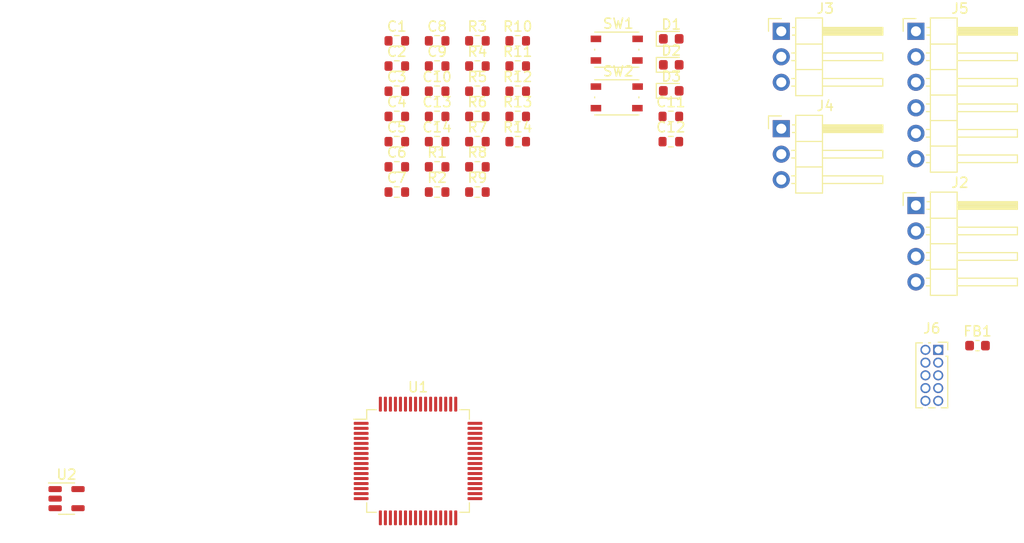
<source format=kicad_pcb>
(kicad_pcb (version 20221018) (generator pcbnew)
  (layers (0 "F.Cu" signal) (31 "B.Cu" signal) (34 "B.Paste" user) (35 "F.Paste" user) (36 "B.SilkS" user "B.Silkscreen") (37 "F.SilkS" user "F.Silkscreen") (38 "B.Mask" user) (39 "F.Mask" user) (44 "Edge.Cuts" user))
  (net 0 "")
  (net 5 "/SW1")
  (net 7 "GND")
  (net 8 "+3.3VA")
  (net 13 "/XM")
  (net 15 "/YP")
  (net 21 "+3.3V")
  (net 24 "/SERVO_A")
  (net 26 "/SERVO_B")
  (net 38 "/XP")
  (net 39 "/YM")
  (net 40 "/MCU_TX")
  (net 41 "/MCU_RX")
  (net 47 "/RESET_N")
  (net 48 "Net-(U1-VDDCORE)")
  (net 50 "/SWCLK")
  (net 51 "/SWDIO")
  (net 52 "/SWO")
  (net 54 "/LED_R")
  (net 55 "/LED_G")
  (net 56 "/LED_B")
  (net 57 "Net-(U2-EN)")
  (net 59 "Net-(J2-Pin_1)")
  (net 60 "Net-(J2-Pin_2)")
  (net 61 "Net-(J2-Pin_3)")
  (net 62 "Net-(J2-Pin_4)")
  (net 63 "Net-(D1-K)")
  (net 64 "Net-(D2-K)")
  (net 65 "Net-(D3-K)")
  (net 66 "/SW2")
  (net 67 "+5V")
  (footprint "Resistor_SMD:R_0603_1608Metric" (layer "F.Cu") (at 131.925 48.29)
    (fp_text reference "C4" (at 0 -1.43) (layer "F.SilkS"))
    (fp_text value "0.1u")
    (fp_line (start -0.237258 -0.5225) (end 0.237258 -0.5225) (stroke (width 0.12)) (layer "F.SilkS"))
    (fp_line (start -0.237258 0.5225) (end 0.237258 0.5225) (stroke (width 0.12)) (layer "F.SilkS"))
    (pad "1" smd roundrect (at -0.825 0) (size 0.8 0.95) (layers "F.Cu" "F.Paste" "F.Mask") (net 21 "+3.3V"))
    (pad "2" smd roundrect (at 0.825 0) (size 0.8 0.95) (layers "F.Cu" "F.Paste" "F.Mask") (net 7 "GND"))
  )
  (footprint "Resistor_SMD:R_0603_1608Metric" (layer "F.Cu") (at 143.955 43.27)
    (fp_text reference "R11" (at 0 -1.43) (layer "F.SilkS"))
    (fp_text value "R")
    (fp_line (start -0.237258 -0.5225) (end 0.237258 -0.5225) (stroke (width 0.12)) (layer "F.SilkS"))
    (fp_line (start -0.237258 0.5225) (end 0.237258 0.5225) (stroke (width 0.12)) (layer "F.SilkS"))
    (pad "1" smd roundrect (at -0.825 0) (size 0.8 0.95) (layers "F.Cu" "F.Paste" "F.Mask") (net 55 "/LED_G"))
    (pad "2" smd roundrect (at 0.825 0) (size 0.8 0.95) (layers "F.Cu" "F.Paste" "F.Mask") (net 64 "Net-(D2-K)"))
  )
  (footprint "Diode_SMD:D_0603_1608Metric" (layer "F.Cu") (at 159.235 40.56)
    (fp_text reference "D1" (at 0 -1.43) (layer "F.SilkS"))
    (fp_text value "LED")
    (fp_line (start -1.485 -0.735) (end -1.485 0.735) (stroke (width 0.12)) (layer "F.SilkS"))
    (fp_line (start -1.485 0.735) (end 0.8 0.735) (stroke (width 0.12)) (layer "F.SilkS"))
    (fp_line (start 0.8 -0.735) (end -1.485 -0.735) (stroke (width 0.12)) (layer "F.SilkS"))
    (pad "1" smd roundrect (at -0.7875 0) (size 0.875 0.95) (layers "F.Cu" "F.Paste" "F.Mask") (net 63 "Net-(D1-K)"))
    (pad "2" smd roundrect (at 0.7875 0) (size 0.875 0.95) (layers "F.Cu" "F.Paste" "F.Mask") (net 21 "+3.3V"))
  )
  (footprint "Resistor_SMD:R_0603_1608Metric" (layer "F.Cu") (at 131.925 53.31)
    (fp_text reference "C6" (at 0 -1.43) (layer "F.SilkS"))
    (fp_text value "0.1u")
    (fp_line (start -0.237258 -0.5225) (end 0.237258 -0.5225) (stroke (width 0.12)) (layer "F.SilkS"))
    (fp_line (start -0.237258 0.5225) (end 0.237258 0.5225) (stroke (width 0.12)) (layer "F.SilkS"))
    (pad "1" smd roundrect (at -0.825 0) (size 0.8 0.95) (layers "F.Cu" "F.Paste" "F.Mask") (net 21 "+3.3V"))
    (pad "2" smd roundrect (at 0.825 0) (size 0.8 0.95) (layers "F.Cu" "F.Paste" "F.Mask") (net 7 "GND"))
  )
  (footprint "Resistor_SMD:R_0603_1608Metric" (layer "F.Cu") (at 143.955 50.8)
    (fp_text reference "R14" (at 0 -1.43) (layer "F.SilkS"))
    (fp_text value "R")
    (fp_line (start -0.237258 -0.5225) (end 0.237258 -0.5225) (stroke (width 0.12)) (layer "F.SilkS"))
    (fp_line (start -0.237258 0.5225) (end 0.237258 0.5225) (stroke (width 0.12)) (layer "F.SilkS"))
    (pad "1" smd roundrect (at -0.825 0) (size 0.8 0.95) (layers "F.Cu" "F.Paste" "F.Mask") (net 66 "/SW2"))
    (pad "2" smd roundrect (at 0.825 0) (size 0.8 0.95) (layers "F.Cu" "F.Paste" "F.Mask") (net 21 "+3.3V"))
  )
  (footprint "Resistor_SMD:R_0603_1608Metric" (layer "F.Cu") (at 139.945 50.8)
    (fp_text reference "R7" (at 0 -1.43) (layer "F.SilkS"))
    (fp_text value "R")
    (fp_line (start -0.237258 -0.5225) (end 0.237258 -0.5225) (stroke (width 0.12)) (layer "F.SilkS"))
    (fp_line (start -0.237258 0.5225) (end 0.237258 0.5225) (stroke (width 0.12)) (layer "F.SilkS"))
    (pad "1" smd roundrect (at -0.825 0) (size 0.8 0.95) (layers "F.Cu" "F.Paste" "F.Mask") (net 7 "GND"))
    (pad "2" smd roundrect (at 0.825 0) (size 0.8 0.95) (layers "F.Cu" "F.Paste" "F.Mask") (net 13 "/XM"))
  )
  (footprint "Resistor_SMD:R_0603_1608Metric" (layer "F.Cu") (at 143.955 48.29)
    (fp_text reference "R13" (at 0 -1.43) (layer "F.SilkS"))
    (fp_text value "R")
    (fp_line (start -0.237258 -0.5225) (end 0.237258 -0.5225) (stroke (width 0.12)) (layer "F.SilkS"))
    (fp_line (start -0.237258 0.5225) (end 0.237258 0.5225) (stroke (width 0.12)) (layer "F.SilkS"))
    (pad "1" smd roundrect (at -0.825 0) (size 0.8 0.95) (layers "F.Cu" "F.Paste" "F.Mask") (net 5 "/SW1"))
    (pad "2" smd roundrect (at 0.825 0) (size 0.8 0.95) (layers "F.Cu" "F.Paste" "F.Mask") (net 21 "+3.3V"))
  )
  (footprint "Resistor_SMD:R_0603_1608Metric" (layer "F.Cu") (at 143.955 40.76)
    (fp_text reference "R10" (at 0 -1.43) (layer "F.SilkS"))
    (fp_text value "R")
    (fp_line (start -0.237258 -0.5225) (end 0.237258 -0.5225) (stroke (width 0.12)) (layer "F.SilkS"))
    (fp_line (start -0.237258 0.5225) (end 0.237258 0.5225) (stroke (width 0.12)) (layer "F.SilkS"))
    (pad "1" smd roundrect (at -0.825 0) (size 0.8 0.95) (layers "F.Cu" "F.Paste" "F.Mask") (net 54 "/LED_R"))
    (pad "2" smd roundrect (at 0.825 0) (size 0.8 0.95) (layers "F.Cu" "F.Paste" "F.Mask") (net 63 "Net-(D1-K)"))
  )
  (footprint "Diode_SMD:D_0603_1608Metric" (layer "F.Cu") (at 159.235 45.74)
    (fp_text reference "D3" (at 0 -1.43) (layer "F.SilkS"))
    (fp_text value "LED")
    (fp_line (start -1.485 -0.735) (end -1.485 0.735) (stroke (width 0.12)) (layer "F.SilkS"))
    (fp_line (start -1.485 0.735) (end 0.8 0.735) (stroke (width 0.12)) (layer "F.SilkS"))
    (fp_line (start 0.8 -0.735) (end -1.485 -0.735) (stroke (width 0.12)) (layer "F.SilkS"))
    (pad "1" smd roundrect (at -0.7875 0) (size 0.875 0.95) (layers "F.Cu" "F.Paste" "F.Mask") (net 65 "Net-(D3-K)"))
    (pad "2" smd roundrect (at 0.7875 0) (size 0.875 0.95) (layers "F.Cu" "F.Paste" "F.Mask") (net 21 "+3.3V"))
  )
  (footprint "Connector_PinHeader_2.54mm:PinHeader_1x04_P2.54mm_Horizontal" (layer "F.Cu") (at 183.585 57.16)
    (fp_text reference "J2" (at 4.385 -2.27) (layer "F.SilkS"))
    (fp_text value "Conn_01x04_Pin")
    (fp_line (start -1.27 -1.27) (end 0 -1.27) (stroke (width 0.12)) (layer "F.SilkS"))
    (fp_line (start -1.27 0) (end -1.27 -1.27) (stroke (width 0.12)) (layer "F.SilkS"))
    (fp_line (start 1.042929 2.16) (end 1.44 2.16) (stroke (width 0.12)) (layer "F.SilkS"))
    (fp_line (start 1.042929 2.92) (end 1.44 2.92) (stroke (width 0.12)) (layer "F.SilkS"))
    (fp_line (start 1.042929 4.7) (end 1.44 4.7) (stroke (width 0.12)) (layer "F.SilkS"))
    (fp_line (start 1.042929 5.46) (end 1.44 5.46) (stroke (width 0.12)) (layer "F.SilkS"))
    (fp_line (start 1.042929 7.24) (end 1.44 7.24) (stroke (width 0.12)) (layer "F.SilkS"))
    (fp_line (start 1.042929 8) (end 1.44 8) (stroke (width 0.12)) (layer "F.SilkS"))
    (fp_line (start 1.11 -0.38) (end 1.44 -0.38) (stroke (width 0.12)) (layer "F.SilkS"))
    (fp_line (start 1.11 0.38) (end 1.44 0.38) (stroke (width 0.12)) (layer "F.SilkS"))
    (fp_line (start 1.44 -1.33) (end 1.44 8.95) (stroke (width 0.12)) (layer "F.SilkS"))
    (fp_line (start 1.44 1.27) (end 4.1 1.27) (stroke (width 0.12)) (layer "F.SilkS"))
    (fp_line (start 1.44 3.81) (end 4.1 3.81) (stroke (width 0.12)) (layer "F.SilkS"))
    (fp_line (start 1.44 6.35) (end 4.1 6.35) (stroke (width 0.12)) (layer "F.SilkS"))
    (fp_line (start 1.44 8.95) (end 4.1 8.95) (stroke (width 0.12)) (layer "F.SilkS"))
    (fp_line (start 4.1 -1.33) (end 1.44 -1.33) (stroke (width 0.12)) (layer "F.SilkS"))
    (fp_line (start 4.1 -0.38) (end 10.1 -0.38) (stroke (width 0.12)) (layer "F.SilkS"))
    (fp_line (start 4.1 -0.32) (end 10.1 -0.32) (stroke (width 0.12)) (layer "F.SilkS"))
    (fp_line (start 4.1 -0.2) (end 10.1 -0.2) (stroke (width 0.12)) (layer "F.SilkS"))
    (fp_line (start 4.1 -0.08) (end 10.1 -0.08) (stroke (width 0.12)) (layer "F.SilkS"))
    (fp_line (start 4.1 0.04) (end 10.1 0.04) (stroke (width 0.12)) (layer "F.SilkS"))
    (fp_line (start 4.1 0.16) (end 10.1 0.16) (stroke (width 0.12)) (layer "F.SilkS"))
    (fp_line (start 4.1 0.28) (end 10.1 0.28) (stroke (width 0.12)) (layer "F.SilkS"))
    (fp_line (start 4.1 2.16) (end 10.1 2.16) (stroke (width 0.12)) (layer "F.SilkS"))
    (fp_line (start 4.1 4.7) (end 10.1 4.7) (stroke (width 0.12)) (layer "F.SilkS"))
    (fp_line (start 4.1 7.24) (end 10.1 7.24) (stroke (width 0.12)) (layer "F.SilkS"))
    (fp_line (start 4.1 8.95) (end 4.1 -1.33) (stroke (width 0.12)) (layer "F.SilkS"))
    (fp_line (start 10.1 -0.38) (end 10.1 0.38) (stroke (width 0.12)) (layer "F.SilkS"))
    (fp_line (start 10.1 0.38) (end 4.1 0.38) (stroke (width 0.12)) (layer "F.SilkS"))
    (fp_line (start 10.1 2.16) (end 10.1 2.92) (stroke (width 0.12)) (layer "F.SilkS"))
    (fp_line (start 10.1 2.92) (end 4.1 2.92) (stroke (width 0.12)) (layer "F.SilkS"))
    (fp_line (start 10.1 4.7) (end 10.1 5.46) (stroke (width 0.12)) (layer "F.SilkS"))
    (fp_line (start 10.1 5.46) (end 4.1 5.46) (stroke (width 0.12)) (layer "F.SilkS"))
    (fp_line (start 10.1 7.24) (end 10.1 8) (stroke (width 0.12)) (layer "F.SilkS"))
    (fp_line (start 10.1 8) (end 4.1 8) (stroke (width 0.12)) (layer "F.SilkS"))
    (pad "1" thru_hole rect (at 0 0) (size 1.7 1.7) (drill 1) (layers "*.Cu" "*.Mask") (net 59 "Net-(J2-Pin_1)"))
    (pad "2" thru_hole oval (at 0 2.54) (size 1.7 1.7) (drill 1) (layers "*.Cu" "*.Mask") (net 60 "Net-(J2-Pin_2)"))
    (pad "3" thru_hole oval (at 0 5.08) (size 1.7 1.7) (drill 1) (layers "*.Cu" "*.Mask") (net 61 "Net-(J2-Pin_3)"))
    (pad "4" thru_hole oval (at 0 7.62) (size 1.7 1.7) (drill 1) (layers "*.Cu" "*.Mask") (net 62 "Net-(J2-Pin_4)"))
  )
  (footprint "Resistor_SMD:R_0603_1608Metric" (layer "F.Cu") (at 135.935 43.27)
    (fp_text reference "C9" (at 0 -1.43) (layer "F.SilkS"))
    (fp_text value "10u")
    (fp_line (start -0.237258 -0.5225) (end 0.237258 -0.5225) (stroke (width 0.12)) (layer "F.SilkS"))
    (fp_line (start -0.237258 0.5225) (end 0.237258 0.5225) (stroke (width 0.12)) (layer "F.SilkS"))
    (pad "1" smd roundrect (at -0.825 0) (size 0.8 0.95) (layers "F.Cu" "F.Paste" "F.Mask") (net 8 "+3.3VA"))
    (pad "2" smd roundrect (at 0.825 0) (size 0.8 0.95) (layers "F.Cu" "F.Paste" "F.Mask") (net 7 "GND"))
  )
  (footprint "Resistor_SMD:R_0603_1608Metric" (layer "F.Cu") (at 139.945 43.27)
    (fp_text reference "R4" (at 0 -1.43) (layer "F.SilkS"))
    (fp_text value "R")
    (fp_line (start -0.237258 -0.5225) (end 0.237258 -0.5225) (stroke (width 0.12)) (layer "F.SilkS"))
    (fp_line (start -0.237258 0.5225) (end 0.237258 0.5225) (stroke (width 0.12)) (layer "F.SilkS"))
    (pad "1" smd roundrect (at -0.825 0) (size 0.8 0.95) (layers "F.Cu" "F.Paste" "F.Mask") (net 62 "Net-(J2-Pin_4)"))
    (pad "2" smd roundrect (at 0.825 0) (size 0.8 0.95) (layers "F.Cu" "F.Paste" "F.Mask") (net 38 "/XP"))
  )
  (footprint "Connector_PinSocket_1.27mm:PinSocket_2x05_P1.27mm_Vertical" (layer "F.Cu") (at 185.8025 71.54)
    (fp_text reference "J6" (at -0.635 -2.135) (layer "F.SilkS"))
    (fp_text value "Conn_ARM_JTAG_SWD_10")
    (fp_line (start -2.22 -0.695) (end -2.22 5.775) (stroke (width 0.12)) (layer "F.SilkS"))
    (fp_line (start -2.22 -0.695) (end -1.57753 -0.695) (stroke (width 0.12)) (layer "F.SilkS"))
    (fp_line (start -2.22 5.775) (end -1.57753 5.775) (stroke (width 0.12)) (layer "F.SilkS"))
    (fp_line (start -0.96247 -0.695) (end -0.76 -0.695) (stroke (width 0.12)) (layer "F.SilkS"))
    (fp_line (start -0.96247 5.775) (end -0.30753 5.775) (stroke (width 0.12)) (layer "F.SilkS"))
    (fp_line (start 0 -0.76) (end 0.95 -0.76) (stroke (width 0.12)) (layer "F.SilkS"))
    (fp_line (start 0.30753 5.775) (end 0.95 5.775) (stroke (width 0.12)) (layer "F.SilkS"))
    (fp_line (start 0.76 0.635) (end 0.95 0.635) (stroke (width 0.12)) (layer "F.SilkS"))
    (fp_line (start 0.95 -0.76) (end 0.95 0) (stroke (width 0.12)) (layer "F.SilkS"))
    (fp_line (start 0.95 0.635) (end 0.95 5.775) (stroke (width 0.12)) (layer "F.SilkS"))
    (pad "1" thru_hole rect (at 0 0) (size 1 1) (drill 0.7) (layers "*.Cu" "*.Mask") (net 21 "+3.3V"))
    (pad "2" thru_hole oval (at -1.27 0) (size 1 1) (drill 0.7) (layers "*.Cu" "*.Mask") (net 51 "/SWDIO"))
    (pad "3" thru_hole oval (at 0 1.27) (size 1 1) (drill 0.7) (layers "*.Cu" "*.Mask") (net 7 "GND"))
    (pad "4" thru_hole oval (at -1.27 1.27) (size 1 1) (drill 0.7) (layers "*.Cu" "*.Mask") (net 50 "/SWCLK"))
    (pad "5" thru_hole oval (at 0 2.54) (size 1 1) (drill 0.7) (layers "*.Cu" "*.Mask") (net 7 "GND"))
    (pad "6" thru_hole oval (at -1.27 2.54) (size 1 1) (drill 0.7) (layers "*.Cu" "*.Mask") (net 52 "/SWO"))
    (pad "7" thru_hole oval (at 0 3.81) (size 1 1) (drill 0.7) (layers "*.Cu" "*.Mask"))
    (pad "8" thru_hole oval (at -1.27 3.81) (size 1 1) (drill 0.7) (layers "*.Cu" "*.Mask"))
    (pad "9" thru_hole oval (at 0 5.08) (size 1 1) (drill 0.7) (layers "*.Cu" "*.Mask") (net 7 "GND"))
    (pad "10" thru_hole oval (at -1.27 5.08) (size 1 1) (drill 0.7) (layers "*.Cu" "*.Mask") (net 47 "/RESET_N"))
  )
  (footprint "Resistor_SMD:R_0603_1608Metric" (layer "F.Cu") (at 135.935 55.82)
    (fp_text reference "R2" (at 0 -1.43) (layer "F.SilkS"))
    (fp_text value "R")
    (fp_line (start -0.237258 -0.5225) (end 0.237258 -0.5225) (stroke (width 0.12)) (layer "F.SilkS"))
    (fp_line (start -0.237258 0.5225) (end 0.237258 0.5225) (stroke (width 0.12)) (layer "F.SilkS"))
    (pad "1" smd roundrect (at -0.825 0) (size 0.8 0.95) (layers "F.Cu" "F.Paste" "F.Mask") (net 60 "Net-(J2-Pin_2)"))
    (pad "2" smd roundrect (at 0.825 0) (size 0.8 0.95) (layers "F.Cu" "F.Paste" "F.Mask") (net 13 "/XM"))
  )
  (footprint "Resistor_SMD:R_0603_1608Metric" (layer "F.Cu") (at 131.925 40.76)
    (fp_text reference "C1" (at 0 -1.43) (layer "F.SilkS"))
    (fp_text value "10u")
    (fp_line (start -0.237258 -0.5225) (end 0.237258 -0.5225) (stroke (width 0.12)) (layer "F.SilkS"))
    (fp_line (start -0.237258 0.5225) (end 0.237258 0.5225) (stroke (width 0.12)) (layer "F.SilkS"))
    (pad "1" smd roundrect (at -0.825 0) (size 0.8 0.95) (layers "F.Cu" "F.Paste" "F.Mask") (net 21 "+3.3V"))
    (pad "2" smd roundrect (at 0.825 0) (size 0.8 0.95) (layers "F.Cu" "F.Paste" "F.Mask") (net 7 "GND"))
  )
  (footprint "Resistor_SMD:R_0603_1608Metric" (layer "F.Cu") (at 131.925 50.8)
    (fp_text reference "C5" (at 0 -1.43) (layer "F.SilkS"))
    (fp_text value "10u")
    (fp_line (start -0.237258 -0.5225) (end 0.237258 -0.5225) (stroke (width 0.12)) (layer "F.SilkS"))
    (fp_line (start -0.237258 0.5225) (end 0.237258 0.5225) (stroke (width 0.12)) (layer "F.SilkS"))
    (pad "1" smd roundrect (at -0.825 0) (size 0.8 0.95) (layers "F.Cu" "F.Paste" "F.Mask") (net 21 "+3.3V"))
    (pad "2" smd roundrect (at 0.825 0) (size 0.8 0.95) (layers "F.Cu" "F.Paste" "F.Mask") (net 7 "GND"))
  )
  (footprint "Resistor_SMD:R_0603_1608Metric" (layer "F.Cu") (at 139.945 48.29)
    (fp_text reference "R6" (at 0 -1.43) (layer "F.SilkS"))
    (fp_text value "R")
    (fp_line (start -0.237258 -0.5225) (end 0.237258 -0.5225) (stroke (width 0.12)) (layer "F.SilkS"))
    (fp_line (start -0.237258 0.5225) (end 0.237258 0.5225) (stroke (width 0.12)) (layer "F.SilkS"))
    (pad "1" smd roundrect (at -0.825 0) (size 0.8 0.95) (layers "F.Cu" "F.Paste" "F.Mask") (net 7 "GND"))
    (pad "2" smd roundrect (at 0.825 0) (size 0.8 0.95) (layers "F.Cu" "F.Paste" "F.Mask") (net 15 "/YP"))
  )
  (footprint "Resistor_SMD:R_0603_1608Metric" (layer "F.Cu") (at 159.195 48.29)
    (fp_text reference "C11" (at 0 -1.43) (layer "F.SilkS"))
    (fp_text value "10u")
    (fp_line (start -0.237258 -0.5225) (end 0.237258 -0.5225) (stroke (width 0.12)) (layer "F.SilkS"))
    (fp_line (start -0.237258 0.5225) (end 0.237258 0.5225) (stroke (width 0.12)) (layer "F.SilkS"))
    (pad "1" smd roundrect (at -0.825 0) (size 0.8 0.95) (layers "F.Cu" "F.Paste" "F.Mask") (net 7 "GND"))
    (pad "2" smd roundrect (at 0.825 0) (size 0.8 0.95) (layers "F.Cu" "F.Paste" "F.Mask") (net 48 "Net-(U1-VDDCORE)"))
  )
  (footprint "Resistor_SMD:R_0603_1608Metric" (layer "F.Cu") (at 135.935 48.29)
    (fp_text reference "C13" (at 0 -1.43) (layer "F.SilkS"))
    (fp_text value "1u")
    (fp_line (start -0.237258 -0.5225) (end 0.237258 -0.5225) (stroke (width 0.12)) (layer "F.SilkS"))
    (fp_line (start -0.237258 0.5225) (end 0.237258 0.5225) (stroke (width 0.12)) (layer "F.SilkS"))
    (pad "1" smd roundrect (at -0.825 0) (size 0.8 0.95) (layers "F.Cu" "F.Paste" "F.Mask") (net 21 "+3.3V"))
    (pad "2" smd roundrect (at 0.825 0) (size 0.8 0.95) (layers "F.Cu" "F.Paste" "F.Mask") (net 7 "GND"))
  )
  (footprint "Button_Switch_SMD:SW_Push_1P1T_NO_Vertical_Wuerth_434133025816" (layer "F.Cu") (at 153.815 46.39)
    (fp_text reference "SW2" (at 0.15 -2.6) (layer "F.SilkS"))
    (fp_text value "SW_SPST")
    (fp_line (start -2.2 0.05) (end -2.2 -0.05) (stroke (width 0.12)) (layer "F.SilkS"))
    (fp_line (start -2.2 1.75) (end 2.2 1.75) (stroke (width 0.12)) (layer "F.SilkS"))
    (fp_line (start 2.2 -1.75) (end -2.2 -1.75) (stroke (width 0.12)) (layer "F.SilkS"))
    (fp_line (start 2.2 0.05) (end 2.2 -0.05) (stroke (width 0.12)) (layer "F.SilkS"))
    (pad "1" smd rect (at -2.075 -1.075) (size 1.05 0.65) (layers "F.Cu" "F.Paste" "F.Mask") (net 66 "/SW2"))
    (pad "1" smd rect (at 2.075 -1.075) (size 1.05 0.65) (layers "F.Cu" "F.Paste" "F.Mask") (net 66 "/SW2"))
    (pad "2" smd rect (at -2.075 1.075) (size 1.05 0.65) (layers "F.Cu" "F.Paste" "F.Mask") (net 7 "GND"))
    (pad "2" smd rect (at 2.05 1.075) (size 1.05 0.65) (layers "F.Cu" "F.Paste" "F.Mask") (net 7 "GND"))
  )
  (footprint "Resistor_SMD:R_0603_1608Metric" (layer "F.Cu") (at 159.195 50.8)
    (fp_text reference "C12" (at 0 -1.43) (layer "F.SilkS"))
    (fp_text value "0.1u")
    (fp_line (start -0.237258 -0.5225) (end 0.237258 -0.5225) (stroke (width 0.12)) (layer "F.SilkS"))
    (fp_line (start -0.237258 0.5225) (end 0.237258 0.5225) (stroke (width 0.12)) (layer "F.SilkS"))
    (pad "1" smd roundrect (at -0.825 0) (size 0.8 0.95) (layers "F.Cu" "F.Paste" "F.Mask") (net 7 "GND"))
    (pad "2" smd roundrect (at 0.825 0) (size 0.8 0.95) (layers "F.Cu" "F.Paste" "F.Mask") (net 48 "Net-(U1-VDDCORE)"))
  )
  (footprint "Inductor_SMD:L_0603_1608Metric" (layer "F.Cu") (at 189.7125 71.12)
    (fp_text reference "FB1" (at 0 -1.43) (layer "F.SilkS"))
    (fp_text value "FerriteBead")
    (fp_line (start -0.162779 -0.51) (end 0.162779 -0.51) (stroke (width 0.12)) (layer "F.SilkS"))
    (fp_line (start -0.162779 0.51) (end 0.162779 0.51) (stroke (width 0.12)) (layer "F.SilkS"))
    (pad "1" smd roundrect (at -0.7875 0) (size 0.875 0.95) (layers "F.Cu" "F.Paste" "F.Mask") (net 21 "+3.3V"))
    (pad "2" smd roundrect (at 0.7875 0) (size 0.875 0.95) (layers "F.Cu" "F.Paste" "F.Mask") (net 8 "+3.3VA"))
  )
  (footprint "Button_Switch_SMD:SW_Push_1P1T_NO_Vertical_Wuerth_434133025816" (layer "F.Cu") (at 153.815 41.64)
    (fp_text reference "SW1" (at 0.15 -2.6) (layer "F.SilkS"))
    (fp_text value "SW_SPST")
    (fp_line (start -2.2 0.05) (end -2.2 -0.05) (stroke (width 0.12)) (layer "F.SilkS"))
    (fp_line (start -2.2 1.75) (end 2.2 1.75) (stroke (width 0.12)) (layer "F.SilkS"))
    (fp_line (start 2.2 -1.75) (end -2.2 -1.75) (stroke (width 0.12)) (layer "F.SilkS"))
    (fp_line (start 2.2 0.05) (end 2.2 -0.05) (stroke (width 0.12)) (layer "F.SilkS"))
    (pad "1" smd rect (at -2.075 -1.075) (size 1.05 0.65) (layers "F.Cu" "F.Paste" "F.Mask") (net 5 "/SW1"))
    (pad "1" smd rect (at 2.075 -1.075) (size 1.05 0.65) (layers "F.Cu" "F.Paste" "F.Mask") (net 5 "/SW1"))
    (pad "2" smd rect (at -2.075 1.075) (size 1.05 0.65) (layers "F.Cu" "F.Paste" "F.Mask") (net 7 "GND"))
    (pad "2" smd rect (at 2.05 1.075) (size 1.05 0.65) (layers "F.Cu" "F.Paste" "F.Mask") (net 7 "GND"))
  )
  (footprint "Resistor_SMD:R_0603_1608Metric" (layer "F.Cu") (at 131.925 55.82)
    (fp_text reference "C7" (at 0 -1.43) (layer "F.SilkS"))
    (fp_text value "10u")
    (fp_line (start -0.237258 -0.5225) (end 0.237258 -0.5225) (stroke (width 0.12)) (layer "F.SilkS"))
    (fp_line (start -0.237258 0.5225) (end 0.237258 0.5225) (stroke (width 0.12)) (layer "F.SilkS"))
    (pad "1" smd roundrect (at -0.825 0) (size 0.8 0.95) (layers "F.Cu" "F.Paste" "F.Mask") (net 21 "+3.3V"))
    (pad "2" smd roundrect (at 0.825 0) (size 0.8 0.95) (layers "F.Cu" "F.Paste" "F.Mask") (net 7 "GND"))
  )
  (footprint "Package_TO_SOT_SMD:SOT-23-5" (layer "F.Cu") (at 99.06 86.36)
    (fp_text reference "U2" (at 0 -2.4) (layer "F.SilkS"))
    (fp_text value "MIC5504-3.3YM5")
    (fp_line (start 0 -1.56) (end -1.8 -1.56) (stroke (width 0.12)) (layer "F.SilkS"))
    (fp_line (start 0 -1.56) (end 0.8 -1.56) (stroke (width 0.12)) (layer "F.SilkS"))
    (fp_line (start 0 1.56) (end -0.8 1.56) (stroke (width 0.12)) (layer "F.SilkS"))
    (fp_line (start 0 1.56) (end 0.8 1.56) (stroke (width 0.12)) (layer "F.SilkS"))
    (pad "1" smd roundrect (at -1.1375 -0.95) (size 1.325 0.6) (layers "F.Cu" "F.Paste" "F.Mask") (net 57 "Net-(U2-EN)"))
    (pad "2" smd roundrect (at -1.1375 0) (size 1.325 0.6) (layers "F.Cu" "F.Paste" "F.Mask") (net 7 "GND"))
    (pad "3" smd roundrect (at -1.1375 0.95) (size 1.325 0.6) (layers "F.Cu" "F.Paste" "F.Mask") (net 57 "Net-(U2-EN)"))
    (pad "4" smd roundrect (at 1.1375 0.95) (size 1.325 0.6) (layers "F.Cu" "F.Paste" "F.Mask"))
    (pad "5" smd roundrect (at 1.1375 -0.95) (size 1.325 0.6) (layers "F.Cu" "F.Paste" "F.Mask") (net 21 "+3.3V"))
  )
  (footprint "Resistor_SMD:R_0603_1608Metric" (layer "F.Cu") (at 135.935 40.76)
    (fp_text reference "C8" (at 0 -1.43) (layer "F.SilkS"))
    (fp_text value "0.1u")
    (fp_line (start -0.237258 -0.5225) (end 0.237258 -0.5225) (stroke (width 0.12)) (layer "F.SilkS"))
    (fp_line (start -0.237258 0.5225) (end 0.237258 0.5225) (stroke (width 0.12)) (layer "F.SilkS"))
    (pad "1" smd roundrect (at -0.825 0) (size 0.8 0.95) (layers "F.Cu" "F.Paste" "F.Mask") (net 21 "+3.3V"))
    (pad "2" smd roundrect (at 0.825 0) (size 0.8 0.95) (layers "F.Cu" "F.Paste" "F.Mask") (net 7 "GND"))
  )
  (footprint "Resistor_SMD:R_0603_1608Metric" (layer "F.Cu") (at 143.955 45.78)
    (fp_text reference "R12" (at 0 -1.43) (layer "F.SilkS"))
    (fp_text value "R")
    (fp_line (start -0.237258 -0.5225) (end 0.237258 -0.5225) (stroke (width 0.12)) (layer "F.SilkS"))
    (fp_line (start -0.237258 0.5225) (end 0.237258 0.5225) (stroke (width 0.12)) (layer "F.SilkS"))
    (pad "1" smd roundrect (at -0.825 0) (size 0.8 0.95) (layers "F.Cu" "F.Paste" "F.Mask") (net 56 "/LED_B"))
    (pad "2" smd roundrect (at 0.825 0) (size 0.8 0.95) (layers "F.Cu" "F.Paste" "F.Mask") (net 65 "Net-(D3-K)"))
  )
  (footprint "Resistor_SMD:R_0603_1608Metric" (layer "F.Cu") (at 135.935 45.78)
    (fp_text reference "C10" (at 0 -1.43) (layer "F.SilkS"))
    (fp_text value "0.1u")
    (fp_line (start -0.237258 -0.5225) (end 0.237258 -0.5225) (stroke (width 0.12)) (layer "F.SilkS"))
    (fp_line (start -0.237258 0.5225) (end 0.237258 0.5225) (stroke (width 0.12)) (layer "F.SilkS"))
    (pad "1" smd roundrect (at -0.825 0) (size 0.8 0.95) (layers "F.Cu" "F.Paste" "F.Mask") (net 8 "+3.3VA"))
    (pad "2" smd roundrect (at 0.825 0) (size 0.8 0.95) (layers "F.Cu" "F.Paste" "F.Mask") (net 7 "GND"))
  )
  (footprint "Resistor_SMD:R_0603_1608Metric" (layer "F.Cu") (at 135.935 53.31)
    (fp_text reference "R1" (at 0 -1.43) (layer "F.SilkS"))
    (fp_text value "R")
    (fp_line (start -0.237258 -0.5225) (end 0.237258 -0.5225) (stroke (width 0.12)) (layer "F.SilkS"))
    (fp_line (start -0.237258 0.5225) (end 0.237258 0.5225) (stroke (width 0.12)) (layer "F.SilkS"))
    (pad "1" smd roundrect (at -0.825 0) (size 0.8 0.95) (layers "F.Cu" "F.Paste" "F.Mask") (net 59 "Net-(J2-Pin_1)"))
    (pad "2" smd roundrect (at 0.825 0) (size 0.8 0.95) (layers "F.Cu" "F.Paste" "F.Mask") (net 39 "/YM"))
  )
  (footprint "Resistor_SMD:R_0603_1608Metric" (layer "F.Cu") (at 139.945 45.78)
    (fp_text reference "R5" (at 0 -1.43) (layer "F.SilkS"))
    (fp_text value "R")
    (fp_line (start -0.237258 -0.5225) (end 0.237258 -0.5225) (stroke (width 0.12)) (layer "F.SilkS"))
    (fp_line (start -0.237258 0.5225) (end 0.237258 0.5225) (stroke (width 0.12)) (layer "F.SilkS"))
    (pad "1" smd roundrect (at -0.825 0) (size 0.8 0.95) (layers "F.Cu" "F.Paste" "F.Mask") (net 7 "GND"))
    (pad "2" smd roundrect (at 0.825 0) (size 0.8 0.95) (layers "F.Cu" "F.Paste" "F.Mask") (net 38 "/XP"))
  )
  (footprint "Resistor_SMD:R_0603_1608Metric" (layer "F.Cu") (at 131.925 43.27)
    (fp_text reference "C2" (at 0 -1.43) (layer "F.SilkS"))
    (fp_text value "0.1u")
    (fp_line (start -0.237258 -0.5225) (end 0.237258 -0.5225) (stroke (width 0.12)) (layer "F.SilkS"))
    (fp_line (start -0.237258 0.5225) (end 0.237258 0.5225) (stroke (width 0.12)) (layer "F.SilkS"))
    (pad "1" smd roundrect (at -0.825 0) (size 0.8 0.95) (layers "F.Cu" "F.Paste" "F.Mask") (net 21 "+3.3V"))
    (pad "2" smd roundrect (at 0.825 0) (size 0.8 0.95) (layers "F.Cu" "F.Paste" "F.Mask") (net 7 "GND"))
  )
  (footprint "Connector_PinHeader_2.54mm:PinHeader_1x03_P2.54mm_Horizontal" (layer "F.Cu") (at 170.185 49.51)
    (fp_text reference "J4" (at 4.385 -2.27) (layer "F.SilkS"))
    (fp_text value "Conn_01x03_Pin")
    (fp_line (start -1.27 -1.27) (end 0 -1.27) (stroke (width 0.12)) (layer "F.SilkS"))
    (fp_line (start -1.27 0) (end -1.27 -1.27) (stroke (width 0.12)) (layer "F.SilkS"))
    (fp_line (start 1.042929 2.16) (end 1.44 2.16) (stroke (width 0.12)) (layer "F.SilkS"))
    (fp_line (start 1.042929 2.92) (end 1.44 2.92) (stroke (width 0.12)) (layer "F.SilkS"))
    (fp_line (start 1.042929 4.7) (end 1.44 4.7) (stroke (width 0.12)) (layer "F.SilkS"))
    (fp_line (start 1.042929 5.46) (end 1.44 5.46) (stroke (width 0.12)) (layer "F.SilkS"))
    (fp_line (start 1.11 -0.38) (end 1.44 -0.38) (stroke (width 0.12)) (layer "F.SilkS"))
    (fp_line (start 1.11 0.38) (end 1.44 0.38) (stroke (width 0.12)) (layer "F.SilkS"))
    (fp_line (start 1.44 -1.33) (end 1.44 6.41) (stroke (width 0.12)) (layer "F.SilkS"))
    (fp_line (start 1.44 1.27) (end 4.1 1.27) (stroke (width 0.12)) (layer "F.SilkS"))
    (fp_line (start 1.44 3.81) (end 4.1 3.81) (stroke (width 0.12)) (layer "F.SilkS"))
    (fp_line (start 1.44 6.41) (end 4.1 6.41) (stroke (width 0.12)) (layer "F.SilkS"))
    (fp_line (start 4.1 -1.33) (end 1.44 -1.33) (stroke (width 0.12)) (layer "F.SilkS"))
    (fp_line (start 4.1 -0.38) (end 10.1 -0.38) (stroke (width 0.12)) (layer "F.SilkS"))
    (fp_line (start 4.1 -0.32) (end 10.1 -0.32) (stroke (width 0.12)) (layer "F.SilkS"))
    (fp_line (start 4.1 -0.2) (end 10.1 -0.2) (stroke (width 0.12)) (layer "F.SilkS"))
    (fp_line (start 4.1 -0.08) (end 10.1 -0.08) (stroke (width 0.12)) (layer "F.SilkS"))
    (fp_line (start 4.1 0.04) (end 10.1 0.04) (stroke (width 0.12)) (layer "F.SilkS"))
    (fp_line (start 4.1 0.16) (end 10.1 0.16) (stroke (width 0.12)) (layer "F.SilkS"))
    (fp_line (start 4.1 0.28) (end 10.1 0.28) (stroke (width 0.12)) (layer "F.SilkS"))
    (fp_line (start 4.1 2.16) (end 10.1 2.16) (stroke (width 0.12)) (layer "F.SilkS"))
    (fp_line (start 4.1 4.7) (end 10.1 4.7) (stroke (width 0.12)) (layer "F.SilkS"))
    (fp_line (start 4.1 6.41) (end 4.1 -1.33) (stroke (width 0.12)) (layer "F.SilkS"))
    (fp_line (start 10.1 -0.38) (end 10.1 0.38) (stroke (width 0.12)) (layer "F.SilkS"))
    (fp_line (start 10.1 0.38) (end 4.1 0.38) (stroke (width 0.12)) (layer "F.SilkS"))
    (fp_line (start 10.1 2.16) (end 10.1 2.92) (stroke (width 0.12)) (layer "F.SilkS"))
    (fp_line (start 10.1 2.92) (end 4.1 2.92) (stroke (width 0.12)) (layer "F.SilkS"))
    (fp_line (start 10.1 4.7) (end 10.1 5.46) (stroke (width 0.12)) (layer "F.SilkS"))
    (fp_line (start 10.1 5.46) (end 4.1 5.46) (stroke (width 0.12)) (layer "F.SilkS"))
    (pad "1" thru_hole rect (at 0 0) (size 1.7 1.7) (drill 1) (layers "*.Cu" "*.Mask") (net 26 "/SERVO_B"))
    (pad "2" thru_hole oval (at 0 2.54) (size 1.7 1.7) (drill 1) (layers "*.Cu" "*.Mask") (net 67 "+5V"))
    (pad "3" thru_hole oval (at 0 5.08) (size 1.7 1.7) (drill 1) (layers "*.Cu" "*.Mask") (net 7 "GND"))
  )
  (footprint "Diode_SMD:D_0603_1608Metric" (layer "F.Cu") (at 159.235 43.15)
    (fp_text reference "D2" (at 0 -1.43) (layer "F.SilkS"))
    (fp_text value "LED")
    (fp_line (start -1.485 -0.735) (end -1.485 0.735) (stroke (width 0.12)) (layer "F.SilkS"))
    (fp_line (start -1.485 0.735) (end 0.8 0.735) (stroke (width 0.12)) (layer "F.SilkS"))
    (fp_line (start 0.8 -0.735) (end -1.485 -0.735) (stroke (width 0.12)) (layer "F.SilkS"))
    (pad "1" smd roundrect (at -0.7875 0) (size 0.875 0.95) (layers "F.Cu" "F.Paste" "F.Mask") (net 64 "Net-(D2-K)"))
    (pad "2" smd roundrect (at 0.7875 0) (size 0.875 0.95) (layers "F.Cu" "F.Paste" "F.Mask") (net 21 "+3.3V"))
  )
  (footprint "Package_QFP:TQFP-64_10x10mm_P0.5mm" (layer "F.Cu") (at 134.0375 82.61)
    (fp_text reference "U1" (at 0 -7.35) (layer "F.SilkS"))
    (fp_text value "ATSAMD51J19A-A")
    (fp_line (start -5.11 -5.11) (end -5.11 -4.16) (stroke (width 0.12)) (layer "F.SilkS"))
    (fp_line (start -5.11 -4.16) (end -6.4 -4.16) (stroke (width 0.12)) (layer "F.SilkS"))
    (fp_line (start -5.11 5.11) (end -5.11 4.16) (stroke (width 0.12)) (layer "F.SilkS"))
    (fp_line (start -4.16 -5.11) (end -5.11 -5.11) (stroke (width 0.12)) (layer "F.SilkS"))
    (fp_line (start -4.16 5.11) (end -5.11 5.11) (stroke (width 0.12)) (layer "F.SilkS"))
    (fp_line (start 4.16 -5.11) (end 5.11 -5.11) (stroke (width 0.12)) (layer "F.SilkS"))
    (fp_line (start 4.16 5.11) (end 5.11 5.11) (stroke (width 0.12)) (layer "F.SilkS"))
    (fp_line (start 5.11 -5.11) (end 5.11 -4.16) (stroke (width 0.12)) (layer "F.SilkS"))
    (fp_line (start 5.11 5.11) (end 5.11 4.16) (stroke (width 0.12)) (layer "F.SilkS"))
    (pad "1" smd roundrect (at -5.6625 -3.75) (size 1.475 0.3) (layers "F.Cu" "F.Paste" "F.Mask"))
    (pad "2" smd roundrect (at -5.6625 -3.25) (size 1.475 0.3) (layers "F.Cu" "F.Paste" "F.Mask"))
    (pad "3" smd roundrect (at -5.6625 -2.75) (size 1.475 0.3) (layers "F.Cu" "F.Paste" "F.Mask"))
    (pad "4" smd roundrect (at -5.6625 -2.25) (size 1.475 0.3) (layers "F.Cu" "F.Paste" "F.Mask"))
    (pad "5" smd roundrect (at -5.6625 -1.75) (size 1.475 0.3) (layers "F.Cu" "F.Paste" "F.Mask") (net 66 "/SW2"))
    (pad "6" smd roundrect (at -5.6625 -1.25) (size 1.475 0.3) (layers "F.Cu" "F.Paste" "F.Mask"))
    (pad "7" smd roundrect (at -5.6625 -0.75) (size 1.475 0.3) (layers "F.Cu" "F.Paste" "F.Mask") (net 7 "GND"))
    (pad "8" smd roundrect (at -5.6625 -0.25) (size 1.475 0.3) (layers "F.Cu" "F.Paste" "F.Mask") (net 8 "+3.3VA"))
    (pad "9" smd roundrect (at -5.6625 0.25) (size 1.475 0.3) (layers "F.Cu" "F.Paste" "F.Mask"))
    (pad "10" smd roundrect (at -5.6625 0.75) (size 1.475 0.3) (layers "F.Cu" "F.Paste" "F.Mask"))
    (pad "11" smd roundrect (at -5.6625 1.25) (size 1.475 0.3) (layers "F.Cu" "F.Paste" "F.Mask"))
    (pad "12" smd roundrect (at -5.6625 1.75) (size 1.475 0.3) (layers "F.Cu" "F.Paste" "F.Mask"))
    (pad "13" smd roundrect (at -5.6625 2.25) (size 1.475 0.3) (layers "F.Cu" "F.Paste" "F.Mask") (net 13 "/XM"))
    (pad "14" smd roundrect (at -5.6625 2.75) (size 1.475 0.3) (layers "F.Cu" "F.Paste" "F.Mask"))
    (pad "15" smd roundrect (at -5.6625 3.25) (size 1.475 0.3) (layers "F.Cu" "F.Paste" "F.Mask") (net 15 "/YP"))
    (pad "16" smd roundrect (at -5.6625 3.75) (size 1.475 0.3) (layers "F.Cu" "F.Paste" "F.Mask"))
    (pad "17" smd roundrect (at -3.75 5.6625) (size 0.3 1.475) (layers "F.Cu" "F.Paste" "F.Mask"))
    (pad "18" smd roundrect (at -3.25 5.6625) (size 0.3 1.475) (layers "F.Cu" "F.Paste" "F.Mask"))
    (pad "19" smd roundrect (at -2.75 5.6625) (size 0.3 1.475) (layers "F.Cu" "F.Paste" "F.Mask"))
    (pad "20" smd roundrect (at -2.25 5.6625) (size 0.3 1.475) (layers "F.Cu" "F.Paste" "F.Mask"))
    (pad "21" smd roundrect (at -1.75 5.6625) (size 0.3 1.475) (layers "F.Cu" "F.Paste" "F.Mask") (net 21 "+3.3V"))
    (pad "22" smd roundrect (at -1.25 5.6625) (size 0.3 1.475) (layers "F.Cu" "F.Paste" "F.Mask") (net 7 "GND"))
    (pad "23" smd roundrect (at -0.75 5.6625) (size 0.3 1.475) (layers "F.Cu" "F.Paste" "F.Mask"))
    (pad "24" smd roundrect (at -0.25 5.6625) (size 0.3 1.475) (layers "F.Cu" "F.Paste" "F.Mask"))
    (pad "25" smd roundrect (at 0.25 5.6625) (size 0.3 1.475) (layers "F.Cu" "F.Paste" "F.Mask") (net 24 "/SERVO_A"))
    (pad "26" smd roundrect (at 0.75 5.6625) (size 0.3 1.475) (layers "F.Cu" "F.Paste" "F.Mask"))
    (pad "27" smd roundrect (at 1.25 5.6625) (size 0.3 1.475) (layers "F.Cu" "F.Paste" "F.Mask") (net 26 "/SERVO_B"))
    (pad "28" smd roundrect (at 1.75 5.6625) (size 0.3 1.475) (layers "F.Cu" "F.Paste" "F.Mask"))
    (pad "29" smd roundrect (at 2.25 5.6625) (size 0.3 1.475) (layers "F.Cu" "F.Paste" "F.Mask"))
    (pad "30" smd roundrect (at 2.75 5.6625) (size 0.3 1.475) (layers "F.Cu" "F.Paste" "F.Mask"))
    (pad "31" smd roundrect (at 3.25 5.6625) (size 0.3 1.475) (layers "F.Cu" "F.Paste" "F.Mask"))
    (pad "32" smd roundrect (at 3.75 5.6625) (size 0.3 1.475) (layers "F.Cu" "F.Paste" "F.Mask"))
    (pad "33" smd roundrect (at 5.6625 3.75) (size 1.475 0.3) (layers "F.Cu" "F.Paste" "F.Mask") (net 7 "GND"))
    (pad "34" smd roundrect (at 5.6625 3.25) (size 1.475 0.3) (layers "F.Cu" "F.Paste" "F.Mask") (net 21 "+3.3V"))
    (pad "35" smd roundrect (at 5.6625 2.75) (size 1.475 0.3) (layers "F.Cu" "F.Paste" "F.Mask"))
    (pad "36" smd roundrect (at 5.6625 2.25) (size 1.475 0.3) (layers "F.Cu" "F.Paste" "F.Mask"))
    (pad "37" smd roundrect (at 5.6625 1.75) (size 1.475 0.3) (layers "F.Cu" "F.Paste" "F.Mask"))
    (pad "38" smd roundrect (at 5.6625 1.25) (size 1.475 0.3) (layers "F.Cu" "F.Paste" "F.Mask"))
    (pad "39" smd roundrect (at 5.6625 0.75) (size 1.475 0.3) (layers "F.Cu" "F.Paste" "F.Mask"))
    (pad "40" smd roundrect (at 5.6625 0.25) (size 1.475 0.3) (layers "F.Cu" "F.Paste" "F.Mask"))
    (pad "41" smd roundrect (at 5.6625 -0.25) (size 1.475 0.3) (layers "F.Cu" "F.Paste" "F.Mask") (net 38 "/XP"))
    (pad "42" smd roundrect (at 5.6625 -0.75) (size 1.475 0.3) (layers "F.Cu" "F.Paste" "F.Mask") (net 39 "/YM"))
    (pad "43" smd roundrect (at 5.6625 -1.25) (size 1.475 0.3) (layers "F.Cu" "F.Paste" "F.Mask") (net 40 "/MCU_TX"))
    (pad "44" smd roundrect (at 5.6625 -1.75) (size 1.475 0.3) (layers "F.Cu" "F.Paste" "F.Mask") (net 41 "/MCU_RX"))
    (pad "45" smd roundrect (at 5.6625 -2.25) (size 1.475 0.3) (layers "F.Cu" "F.Paste" "F.Mask"))
    (pad "46" smd roundrect (at 5.6625 -2.75) (size 1.475 0.3) (layers "F.Cu" "F.Paste" "F.Mask"))
    (pad "47" smd roundrect (at 5.6625 -3.25) (size 1.475 0.3) (layers "F.Cu" "F.Paste" "F.Mask") (net 7 "GND"))
    (pad "48" smd roundrect (at 5.6625 -3.75) (size 1.475 0.3) (layers "F.Cu" "F.Paste" "F.Mask") (net 21 "+3.3V"))
    (pad "49" smd roundrect (at 3.75 -5.6625) (size 0.3 1.475) (layers "F.Cu" "F.Paste" "F.Mask"))
    (pad "50" smd roundrect (at 3.25 -5.6625) (size 0.3 1.475) (layers "F.Cu" "F.Paste" "F.Mask"))
    (pad "51" smd roundrect (at 2.75 -5.6625) (size 0.3 1.475) (layers "F.Cu" "F.Paste" "F.Mask"))
    (pad "52" smd roundrect (at 2.25 -5.6625) (size 0.3 1.475) (layers "F.Cu" "F.Paste" "F.Mask") (net 47 "/RESET_N"))
    (pad "53" smd roundrect (at 1.75 -5.6625) (size 0.3 1.475) (layers "F.Cu" "F.Paste" "F.Mask") (net 48 "Net-(U1-VDDCORE)"))
    (pad "54" smd roundrect (at 1.25 -5.6625) (size 0.3 1.475) (layers "F.Cu" "F.Paste" "F.Mask") (net 7 "GND"))
    (pad "55" smd roundrect (at 0.75 -5.6625) (size 0.3 1.475) (layers "F.Cu" "F.Paste" "F.Mask"))
    (pad "56" smd roundrect (at 0.25 -5.6625) (size 0.3 1.475) (layers "F.Cu" "F.Paste" "F.Mask") (net 21 "+3.3V"))
    (pad "57" smd roundrect (at -0.25 -5.6625) (size 0.3 1.475) (layers "F.Cu" "F.Paste" "F.Mask") (net 50 "/SWCLK"))
    (pad "58" smd roundrect (at -0.75 -5.6625) (size 0.3 1.475) (layers "F.Cu" "F.Paste" "F.Mask") (net 51 "/SWDIO"))
    (pad "59" smd roundrect (at -1.25 -5.6625) (size 0.3 1.475) (layers "F.Cu" "F.Paste" "F.Mask") (net 52 "/SWO"))
    (pad "60" smd roundrect (at -1.75 -5.6625) (size 0.3 1.475) (layers "F.Cu" "F.Paste" "F.Mask"))
    (pad "61" smd roundrect (at -2.25 -5.6625) (size 0.3 1.475) (layers "F.Cu" "F.Paste" "F.Mask") (net 54 "/LED_R"))
    (pad "62" smd roundrect (at -2.75 -5.6625) (size 0.3 1.475) (layers "F.Cu" "F.Paste" "F.Mask") (net 55 "/LED_G"))
    (pad "63" smd roundrect (at -3.25 -5.6625) (size 0.3 1.475) (layers "F.Cu" "F.Paste" "F.Mask") (net 56 "/LED_B"))
    (pad "64" smd roundrect (at -3.75 -5.6625) (size 0.3 1.475) (layers "F.Cu" "F.Paste" "F.Mask") (net 5 "/SW1"))
  )
  (footprint "Resistor_SMD:R_0603_1608Metric" (layer "F.Cu") (at 139.945 53.31)
    (fp_text reference "R8" (at 0 -1.43) (layer "F.SilkS"))
    (fp_text value "R")
    (fp_line (start -0.237258 -0.5225) (end 0.237258 -0.5225) (stroke (width 0.12)) (layer "F.SilkS"))
    (fp_line (start -0.237258 0.5225) (end 0.237258 0.5225) (stroke (width 0.12)) (layer "F.SilkS"))
    (pad "1" smd roundrect (at -0.825 0) (size 0.8 0.95) (layers "F.Cu" "F.Paste" "F.Mask") (net 7 "GND"))
    (pad "2" smd roundrect (at 0.825 0) (size 0.8 0.95) (layers "F.Cu" "F.Paste" "F.Mask") (net 39 "/YM"))
  )
  (footprint "Resistor_SMD:R_0603_1608Metric" (layer "F.Cu") (at 139.945 40.76)
    (fp_text reference "R3" (at 0 -1.43) (layer "F.SilkS"))
    (fp_text value "R")
    (fp_line (start -0.237258 -0.5225) (end 0.237258 -0.5225) (stroke (width 0.12)) (layer "F.SilkS"))
    (fp_line (start -0.237258 0.5225) (end 0.237258 0.5225) (stroke (width 0.12)) (layer "F.SilkS"))
    (pad "1" smd roundrect (at -0.825 0) (size 0.8 0.95) (layers "F.Cu" "F.Paste" "F.Mask") (net 61 "Net-(J2-Pin_3)"))
    (pad "2" smd roundrect (at 0.825 0) (size 0.8 0.95) (layers "F.Cu" "F.Paste" "F.Mask") (net 15 "/YP"))
  )
  (footprint "Connector_PinHeader_2.54mm:PinHeader_1x06_P2.54mm_Horizontal" (layer "F.Cu") (at 183.585 39.81)
    (fp_text reference "J5" (at 4.385 -2.27) (layer "F.SilkS"))
    (fp_text value "Conn_01x06_Pin")
    (fp_line (start -1.27 -1.27) (end 0 -1.27) (stroke (width 0.12)) (layer "F.SilkS"))
    (fp_line (start -1.27 0) (end -1.27 -1.27) (stroke (width 0.12)) (layer "F.SilkS"))
    (fp_line (start 1.042929 2.16) (end 1.44 2.16) (stroke (width 0.12)) (layer "F.SilkS"))
    (fp_line (start 1.042929 2.92) (end 1.44 2.92) (stroke (width 0.12)) (layer "F.SilkS"))
    (fp_line (start 1.042929 4.7) (end 1.44 4.7) (stroke (width 0.12)) (layer "F.SilkS"))
    (fp_line (start 1.042929 5.46) (end 1.44 5.46) (stroke (width 0.12)) (layer "F.SilkS"))
    (fp_line (start 1.042929 7.24) (end 1.44 7.24) (stroke (width 0.12)) (layer "F.SilkS"))
    (fp_line (start 1.042929 8) (end 1.44 8) (stroke (width 0.12)) (layer "F.SilkS"))
    (fp_line (start 1.042929 9.78) (end 1.44 9.78) (stroke (width 0.12)) (layer "F.SilkS"))
    (fp_line (start 1.042929 10.54) (end 1.44 10.54) (stroke (width 0.12)) (layer "F.SilkS"))
    (fp_line (start 1.042929 12.32) (end 1.44 12.32) (stroke (width 0.12)) (layer "F.SilkS"))
    (fp_line (start 1.042929 13.08) (end 1.44 13.08) (stroke (width 0.12)) (layer "F.SilkS"))
    (fp_line (start 1.11 -0.38) (end 1.44 -0.38) (stroke (width 0.12)) (layer "F.SilkS"))
    (fp_line (start 1.11 0.38) (end 1.44 0.38) (stroke (width 0.12)) (layer "F.SilkS"))
    (fp_line (start 1.44 -1.33) (end 1.44 14.03) (stroke (width 0.12)) (layer "F.SilkS"))
    (fp_line (start 1.44 1.27) (end 4.1 1.27) (stroke (width 0.12)) (layer "F.SilkS"))
    (fp_line (start 1.44 3.81) (end 4.1 3.81) (stroke (width 0.12)) (layer "F.SilkS"))
    (fp_line (start 1.44 6.35) (end 4.1 6.35) (stroke (width 0.12)) (layer "F.SilkS"))
    (fp_line (start 1.44 8.89) (end 4.1 8.89) (stroke (width 0.12)) (layer "F.SilkS"))
    (fp_line (start 1.44 11.43) (end 4.1 11.43) (stroke (width 0.12)) (layer "F.SilkS"))
    (fp_line (start 1.44 14.03) (end 4.1 14.03) (stroke (width 0.12)) (layer "F.SilkS"))
    (fp_line (start 4.1 -1.33) (end 1.44 -1.33) (stroke (width 0.12)) (layer "F.SilkS"))
    (fp_line (start 4.1 -0.38) (end 10.1 -0.38) (stroke (width 0.12)) (layer "F.SilkS"))
    (fp_line (start 4.1 -0.32) (end 10.1 -0.32) (stroke (width 0.12)) (layer "F.SilkS"))
    (fp_line (start 4.1 -0.2) (end 10.1 -0.2) (stroke (width 0.12)) (layer "F.SilkS"))
    (fp_line (start 4.1 -0.08) (end 10.1 -0.08) (stroke (width 0.12)) (layer "F.SilkS"))
    (fp_line (start 4.1 0.04) (end 10.1 0.04) (stroke (width 0.12)) (layer "F.SilkS"))
    (fp_line (start 4.1 0.16) (end 10.1 0.16) (stroke (width 0.12)) (layer "F.SilkS"))
    (fp_line (start 4.1 0.28) (end 10.1 0.28) (stroke (width 0.12)) (layer "F.SilkS"))
    (fp_line (start 4.1 2.16) (end 10.1 2.16) (stroke (width 0.12)) (layer "F.SilkS"))
    (fp_line (start 4.1 4.7) (end 10.1 4.7) (stroke (width 0.12)) (layer "F.SilkS"))
    (fp_line (start 4.1 7.24) (end 10.1 7.24) (stroke (width 0.12)) (layer "F.SilkS"))
    (fp_line (start 4.1 9.78) (end 10.1 9.78) (stroke (width 0.12)) (layer "F.SilkS"))
    (fp_line (start 4.1 12.32) (end 10.1 12.32) (stroke (width 0.12)) (layer "F.SilkS"))
    (fp_line (start 4.1 14.03) (end 4.1 -1.33) (stroke (width 0.12)) (layer "F.SilkS"))
    (fp_line (start 10.1 -0.38) (end 10.1 0.38) (stroke (width 0.12)) (layer "F.SilkS"))
    (fp_line (start 10.1 0.38) (end 4.1 0.38) (stroke (width 0.12)) (layer "F.SilkS"))
    (fp_line (start 10.1 2.16) (end 10.1 2.92) (stroke (width 0.12)) (layer "F.SilkS"))
    (fp_line (start 10.1 2.92) (end 4.1 2.92) (stroke (width 0.12)) (layer "F.SilkS"))
    (fp_line (start 10.1 4.7) (end 10.1 5.46) (stroke (width 0.12)) (layer "F.SilkS"))
    (fp_line (start 10.1 5.46) (end 4.1 5.46) (stroke (width 0.12)) (layer "F.SilkS"))
    (fp_line (start 10.1 7.24) (end 10.1 8) (stroke (width 0.12)) (layer "F.SilkS"))
    (fp_line (start 10.1 8) (end 4.1 8) (stroke (width 0.12)) (layer "F.SilkS"))
    (fp_line (start 10.1 9.78) (end 10.1 10.54) (stroke (width 0.12)) (layer "F.SilkS"))
    (fp_line (start 10.1 10.54) (end 4.1 10.54) (stroke (width 0.12)) (layer "F.SilkS"))
    (fp_line (start 10.1 12.32) (end 10.1 13.08) (stroke (width 0.12)) (layer "F.SilkS"))
    (fp_line (start 10.1 13.08) (end 4.1 13.08) (stroke (width 0.12)) (layer "F.SilkS"))
    (pad "1" thru_hole rect (at 0 0) (size 1.7 1.7) (drill 1) (layers "*.Cu" "*.Mask") (net 41 "/MCU_RX"))
    (pad "2" thru_hole oval (at 0 2.54) (size 1.7 1.7) (drill 1) (layers "*.Cu" "*.Mask") (net 21 "+3.3V"))
    (pad "3" thru_hole oval (at 0 5.08) (size 1.7 1.7) (drill 1) (layers "*.Cu" "*.Mask") (net 7 "GND"))
    (pad "4" thru_hole oval (at 0 7.62) (size 1.7 1.7) (drill 1) (layers "*.Cu" "*.Mask"))
    (pad "5" thru_hole oval (at 0 10.16) (size 1.7 1.7) (drill 1) (layers "*.Cu" "*.Mask"))
    (pad "6" thru_hole oval (at 0 12.7) (size 1.7 1.7) (drill 1) (layers "*.Cu" "*.Mask") (net 40 "/MCU_TX"))
  )
  (footprint "Resistor_SMD:R_0603_1608Metric" (layer "F.Cu") (at 139.945 55.82)
    (fp_text reference "R9" (at 0 -1.43) (layer "F.SilkS"))
    (fp_text value "R")
    (fp_line (start -0.237258 -0.5225) (end 0.237258 -0.5225) (stroke (width 0.12)) (layer "F.SilkS"))
    (fp_line (start -0.237258 0.5225) (end 0.237258 0.5225) (stroke (width 0.12)) (layer "F.SilkS"))
    (pad "1" smd roundrect (at -0.825 0) (size 0.8 0.95) (layers "F.Cu" "F.Paste" "F.Mask") (net 50 "/SWCLK"))
    (pad "2" smd roundrect (at 0.825 0) (size 0.8 0.95) (layers "F.Cu" "F.Paste" "F.Mask") (net 21 "+3.3V"))
  )
  (footprint "Resistor_SMD:R_0603_1608Metric" (layer "F.Cu") (at 131.925 45.78)
    (fp_text reference "C3" (at 0 -1.43) (layer "F.SilkS"))
    (fp_text value "10u")
    (fp_line (start -0.237258 -0.5225) (end 0.237258 -0.5225) (stroke (width 0.12)) (layer "F.SilkS"))
    (fp_line (start -0.237258 0.5225) (end 0.237258 0.5225) (stroke (width 0.12)) (layer "F.SilkS"))
    (pad "1" smd roundrect (at -0.825 0) (size 0.8 0.95) (layers "F.Cu" "F.Paste" "F.Mask") (net 21 "+3.3V"))
    (pad "2" smd roundrect (at 0.825 0) (size 0.8 0.95) (layers "F.Cu" "F.Paste" "F.Mask") (net 7 "GND"))
  )
  (footprint "Connector_PinHeader_2.54mm:PinHeader_1x03_P2.54mm_Horizontal" (layer "F.Cu") (at 170.185 39.81)
    (fp_text reference "J3" (at 4.385 -2.27) (layer "F.SilkS"))
    (fp_text value "Conn_01x03_Pin")
    (fp_line (start -1.27 -1.27) (end 0 -1.27) (stroke (width 0.12)) (layer "F.SilkS"))
    (fp_line (start -1.27 0) (end -1.27 -1.27) (stroke (width 0.12)) (layer "F.SilkS"))
    (fp_line (start 1.042929 2.16) (end 1.44 2.16) (stroke (width 0.12)) (layer "F.SilkS"))
    (fp_line (start 1.042929 2.92) (end 1.44 2.92) (stroke (width 0.12)) (layer "F.SilkS"))
    (fp_line (start 1.042929 4.7) (end 1.44 4.7) (stroke (width 0.12)) (layer "F.SilkS"))
    (fp_line (start 1.042929 5.46) (end 1.44 5.46) (stroke (width 0.12)) (layer "F.SilkS"))
    (fp_line (start 1.11 -0.38) (end 1.44 -0.38) (stroke (width 0.12)) (layer "F.SilkS"))
    (fp_line (start 1.11 0.38) (end 1.44 0.38) (stroke (width 0.12)) (layer "F.SilkS"))
    (fp_line (start 1.44 -1.33) (end 1.44 6.41) (stroke (width 0.12)) (layer "F.SilkS"))
    (fp_line (start 1.44 1.27) (end 4.1 1.27) (stroke (width 0.12)) (layer "F.SilkS"))
    (fp_line (start 1.44 3.81) (end 4.1 3.81) (stroke (width 0.12)) (layer "F.SilkS"))
    (fp_line (start 1.44 6.41) (end 4.1 6.41) (stroke (width 0.12)) (layer "F.SilkS"))
    (fp_line (start 4.1 -1.33) (end 1.44 -1.33) (stroke (width 0.12)) (layer "F.SilkS"))
    (fp_line (start 4.1 -0.38) (end 10.1 -0.38) (stroke (width 0.12)) (layer "F.SilkS"))
    (fp_line (start 4.1 -0.32) (end 10.1 -0.32) (stroke (width 0.12)) (layer "F.SilkS"))
    (fp_line (start 4.1 -0.2) (end 10.1 -0.2) (stroke (width 0.12)) (layer "F.SilkS"))
    (fp_line (start 4.1 -0.08) (end 10.1 -0.08) (stroke (width 0.12)) (layer "F.SilkS"))
    (fp_line (start 4.1 0.04) (end 10.1 0.04) (stroke (width 0.12)) (layer "F.SilkS"))
    (fp_line (start 4.1 0.16) (end 10.1 0.16) (stroke (width 0.12)) (layer "F.SilkS"))
    (fp_line (start 4.1 0.28) (end 10.1 0.28) (stroke (width 0.12)) (layer "F.SilkS"))
    (fp_line (start 4.1 2.16) (end 10.1 2.16) (stroke (width 0.12)) (layer "F.SilkS"))
    (fp_line (start 4.1 4.7) (end 10.1 4.7) (stroke (width 0.12)) (layer "F.SilkS"))
    (fp_line (start 4.1 6.41) (end 4.1 -1.33) (stroke (width 0.12)) (layer "F.SilkS"))
    (fp_line (start 10.1 -0.38) (end 10.1 0.38) (stroke (width 0.12)) (layer "F.SilkS"))
    (fp_line (start 10.1 0.38) (end 4.1 0.38) (stroke (width 0.12)) (layer "F.SilkS"))
    (fp_line (start 10.1 2.16) (end 10.1 2.92) (stroke (width 0.12)) (layer "F.SilkS"))
    (fp_line (start 10.1 2.92) (end 4.1 2.92) (stroke (width 0.12)) (layer "F.SilkS"))
    (fp_line (start 10.1 4.7) (end 10.1 5.46) (stroke (width 0.12)) (layer "F.SilkS"))
    (fp_line (start 10.1 5.46) (end 4.1 5.46) (stroke (width 0.12)) (layer "F.SilkS"))
    (pad "1" thru_hole rect (at 0 0) (size 1.7 1.7) (drill 1) (layers "*.Cu" "*.Mask") (net 24 "/SERVO_A"))
    (pad "2" thru_hole oval (at 0 2.54) (size 1.7 1.7) (drill 1) (layers "*.Cu" "*.Mask") (net 67 "+5V"))
    (pad "3" thru_hole oval (at 0 5.08) (size 1.7 1.7) (drill 1) (layers "*.Cu" "*.Mask") (net 7 "GND"))
  )
  (footprint "Resistor_SMD:R_0603_1608Metric" (layer "F.Cu") (at 135.935 50.8)
    (fp_text reference "C14" (at 0 -1.43) (layer "F.SilkS"))
    (fp_text value "1u")
    (fp_line (start -0.237258 -0.5225) (end 0.237258 -0.5225) (stroke (width 0.12)) (layer "F.SilkS"))
    (fp_line (start -0.237258 0.5225) (end 0.237258 0.5225) (stroke (width 0.12)) (layer "F.SilkS"))
    (pad "1" smd roundrect (at -0.825 0) (size 0.8 0.95) (layers "F.Cu" "F.Paste" "F.Mask") (net 57 "Net-(U2-EN)"))
    (pad "2" smd roundrect (at 0.825 0) (size 0.8 0.95) (layers "F.Cu" "F.Paste" "F.Mask") (net 7 "GND"))
  )
)
</source>
